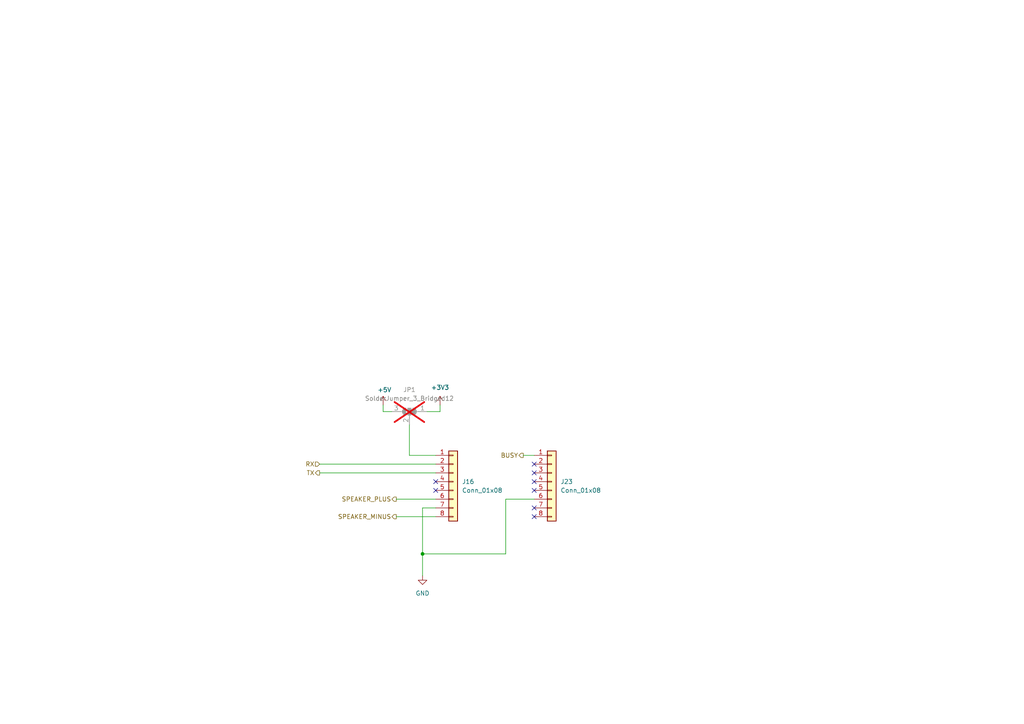
<source format=kicad_sch>
(kicad_sch (version 20230121) (generator eeschema)

  (uuid 2537560c-332d-49f8-8eb1-c5b1321dac32)

  (paper "A4")

  (lib_symbols
    (symbol "Connector_Generic:Conn_01x08" (pin_names (offset 1.016) hide) (in_bom yes) (on_board yes)
      (property "Reference" "J" (at 0 10.16 0)
        (effects (font (size 1.27 1.27)))
      )
      (property "Value" "Conn_01x08" (at 0 -12.7 0)
        (effects (font (size 1.27 1.27)))
      )
      (property "Footprint" "" (at 0 0 0)
        (effects (font (size 1.27 1.27)) hide)
      )
      (property "Datasheet" "~" (at 0 0 0)
        (effects (font (size 1.27 1.27)) hide)
      )
      (property "ki_keywords" "connector" (at 0 0 0)
        (effects (font (size 1.27 1.27)) hide)
      )
      (property "ki_description" "Generic connector, single row, 01x08, script generated (kicad-library-utils/schlib/autogen/connector/)" (at 0 0 0)
        (effects (font (size 1.27 1.27)) hide)
      )
      (property "ki_fp_filters" "Connector*:*_1x??_*" (at 0 0 0)
        (effects (font (size 1.27 1.27)) hide)
      )
      (symbol "Conn_01x08_1_1"
        (rectangle (start -1.27 -10.033) (end 0 -10.287)
          (stroke (width 0.1524) (type default))
          (fill (type none))
        )
        (rectangle (start -1.27 -7.493) (end 0 -7.747)
          (stroke (width 0.1524) (type default))
          (fill (type none))
        )
        (rectangle (start -1.27 -4.953) (end 0 -5.207)
          (stroke (width 0.1524) (type default))
          (fill (type none))
        )
        (rectangle (start -1.27 -2.413) (end 0 -2.667)
          (stroke (width 0.1524) (type default))
          (fill (type none))
        )
        (rectangle (start -1.27 0.127) (end 0 -0.127)
          (stroke (width 0.1524) (type default))
          (fill (type none))
        )
        (rectangle (start -1.27 2.667) (end 0 2.413)
          (stroke (width 0.1524) (type default))
          (fill (type none))
        )
        (rectangle (start -1.27 5.207) (end 0 4.953)
          (stroke (width 0.1524) (type default))
          (fill (type none))
        )
        (rectangle (start -1.27 7.747) (end 0 7.493)
          (stroke (width 0.1524) (type default))
          (fill (type none))
        )
        (rectangle (start -1.27 8.89) (end 1.27 -11.43)
          (stroke (width 0.254) (type default))
          (fill (type background))
        )
        (pin passive line (at -5.08 7.62 0) (length 3.81)
          (name "Pin_1" (effects (font (size 1.27 1.27))))
          (number "1" (effects (font (size 1.27 1.27))))
        )
        (pin passive line (at -5.08 5.08 0) (length 3.81)
          (name "Pin_2" (effects (font (size 1.27 1.27))))
          (number "2" (effects (font (size 1.27 1.27))))
        )
        (pin passive line (at -5.08 2.54 0) (length 3.81)
          (name "Pin_3" (effects (font (size 1.27 1.27))))
          (number "3" (effects (font (size 1.27 1.27))))
        )
        (pin passive line (at -5.08 0 0) (length 3.81)
          (name "Pin_4" (effects (font (size 1.27 1.27))))
          (number "4" (effects (font (size 1.27 1.27))))
        )
        (pin passive line (at -5.08 -2.54 0) (length 3.81)
          (name "Pin_5" (effects (font (size 1.27 1.27))))
          (number "5" (effects (font (size 1.27 1.27))))
        )
        (pin passive line (at -5.08 -5.08 0) (length 3.81)
          (name "Pin_6" (effects (font (size 1.27 1.27))))
          (number "6" (effects (font (size 1.27 1.27))))
        )
        (pin passive line (at -5.08 -7.62 0) (length 3.81)
          (name "Pin_7" (effects (font (size 1.27 1.27))))
          (number "7" (effects (font (size 1.27 1.27))))
        )
        (pin passive line (at -5.08 -10.16 0) (length 3.81)
          (name "Pin_8" (effects (font (size 1.27 1.27))))
          (number "8" (effects (font (size 1.27 1.27))))
        )
      )
    )
    (symbol "Jumper:SolderJumper_3_Bridged12" (pin_names (offset 0) hide) (in_bom yes) (on_board yes)
      (property "Reference" "JP" (at -2.54 -2.54 0)
        (effects (font (size 1.27 1.27)))
      )
      (property "Value" "SolderJumper_3_Bridged12" (at 0 2.794 0)
        (effects (font (size 1.27 1.27)))
      )
      (property "Footprint" "" (at 0 0 0)
        (effects (font (size 1.27 1.27)) hide)
      )
      (property "Datasheet" "~" (at 0 0 0)
        (effects (font (size 1.27 1.27)) hide)
      )
      (property "ki_keywords" "Solder Jumper SPDT" (at 0 0 0)
        (effects (font (size 1.27 1.27)) hide)
      )
      (property "ki_description" "3-pole Solder Jumper, pins 1+2 closed/bridged" (at 0 0 0)
        (effects (font (size 1.27 1.27)) hide)
      )
      (property "ki_fp_filters" "SolderJumper*Bridged12*" (at 0 0 0)
        (effects (font (size 1.27 1.27)) hide)
      )
      (symbol "SolderJumper_3_Bridged12_0_1"
        (rectangle (start -1.016 0.508) (end -0.508 -0.508)
          (stroke (width 0) (type default))
          (fill (type outline))
        )
        (arc (start -1.016 1.016) (mid -2.0276 0) (end -1.016 -1.016)
          (stroke (width 0) (type default))
          (fill (type none))
        )
        (arc (start -1.016 1.016) (mid -2.0276 0) (end -1.016 -1.016)
          (stroke (width 0) (type default))
          (fill (type outline))
        )
        (rectangle (start -0.508 1.016) (end 0.508 -1.016)
          (stroke (width 0) (type default))
          (fill (type outline))
        )
        (polyline
          (pts
            (xy -2.54 0)
            (xy -2.032 0)
          )
          (stroke (width 0) (type default))
          (fill (type none))
        )
        (polyline
          (pts
            (xy -1.016 1.016)
            (xy -1.016 -1.016)
          )
          (stroke (width 0) (type default))
          (fill (type none))
        )
        (polyline
          (pts
            (xy 0 -1.27)
            (xy 0 -1.016)
          )
          (stroke (width 0) (type default))
          (fill (type none))
        )
        (polyline
          (pts
            (xy 1.016 1.016)
            (xy 1.016 -1.016)
          )
          (stroke (width 0) (type default))
          (fill (type none))
        )
        (polyline
          (pts
            (xy 2.54 0)
            (xy 2.032 0)
          )
          (stroke (width 0) (type default))
          (fill (type none))
        )
        (arc (start 1.016 -1.016) (mid 2.0276 0) (end 1.016 1.016)
          (stroke (width 0) (type default))
          (fill (type none))
        )
        (arc (start 1.016 -1.016) (mid 2.0276 0) (end 1.016 1.016)
          (stroke (width 0) (type default))
          (fill (type outline))
        )
      )
      (symbol "SolderJumper_3_Bridged12_1_1"
        (pin passive line (at -5.08 0 0) (length 2.54)
          (name "A" (effects (font (size 1.27 1.27))))
          (number "1" (effects (font (size 1.27 1.27))))
        )
        (pin input line (at 0 -3.81 90) (length 2.54)
          (name "C" (effects (font (size 1.27 1.27))))
          (number "2" (effects (font (size 1.27 1.27))))
        )
        (pin passive line (at 5.08 0 180) (length 2.54)
          (name "B" (effects (font (size 1.27 1.27))))
          (number "3" (effects (font (size 1.27 1.27))))
        )
      )
    )
    (symbol "power:+3.3V" (power) (pin_names (offset 0)) (in_bom yes) (on_board yes)
      (property "Reference" "#PWR" (at 0 -3.81 0)
        (effects (font (size 1.27 1.27)) hide)
      )
      (property "Value" "+3.3V" (at 0 3.556 0)
        (effects (font (size 1.27 1.27)))
      )
      (property "Footprint" "" (at 0 0 0)
        (effects (font (size 1.27 1.27)) hide)
      )
      (property "Datasheet" "" (at 0 0 0)
        (effects (font (size 1.27 1.27)) hide)
      )
      (property "ki_keywords" "power-flag" (at 0 0 0)
        (effects (font (size 1.27 1.27)) hide)
      )
      (property "ki_description" "Power symbol creates a global label with name \"+3.3V\"" (at 0 0 0)
        (effects (font (size 1.27 1.27)) hide)
      )
      (symbol "+3.3V_0_1"
        (polyline
          (pts
            (xy -0.762 1.27)
            (xy 0 2.54)
          )
          (stroke (width 0) (type default))
          (fill (type none))
        )
        (polyline
          (pts
            (xy 0 0)
            (xy 0 2.54)
          )
          (stroke (width 0) (type default))
          (fill (type none))
        )
        (polyline
          (pts
            (xy 0 2.54)
            (xy 0.762 1.27)
          )
          (stroke (width 0) (type default))
          (fill (type none))
        )
      )
      (symbol "+3.3V_1_1"
        (pin power_in line (at 0 0 90) (length 0) hide
          (name "+3V3" (effects (font (size 1.27 1.27))))
          (number "1" (effects (font (size 1.27 1.27))))
        )
      )
    )
    (symbol "power:+5V" (power) (pin_names (offset 0)) (in_bom yes) (on_board yes)
      (property "Reference" "#PWR" (at 0 -3.81 0)
        (effects (font (size 1.27 1.27)) hide)
      )
      (property "Value" "+5V" (at 0 3.556 0)
        (effects (font (size 1.27 1.27)))
      )
      (property "Footprint" "" (at 0 0 0)
        (effects (font (size 1.27 1.27)) hide)
      )
      (property "Datasheet" "" (at 0 0 0)
        (effects (font (size 1.27 1.27)) hide)
      )
      (property "ki_keywords" "power-flag" (at 0 0 0)
        (effects (font (size 1.27 1.27)) hide)
      )
      (property "ki_description" "Power symbol creates a global label with name \"+5V\"" (at 0 0 0)
        (effects (font (size 1.27 1.27)) hide)
      )
      (symbol "+5V_0_1"
        (polyline
          (pts
            (xy -0.762 1.27)
            (xy 0 2.54)
          )
          (stroke (width 0) (type default))
          (fill (type none))
        )
        (polyline
          (pts
            (xy 0 0)
            (xy 0 2.54)
          )
          (stroke (width 0) (type default))
          (fill (type none))
        )
        (polyline
          (pts
            (xy 0 2.54)
            (xy 0.762 1.27)
          )
          (stroke (width 0) (type default))
          (fill (type none))
        )
      )
      (symbol "+5V_1_1"
        (pin power_in line (at 0 0 90) (length 0) hide
          (name "+5V" (effects (font (size 1.27 1.27))))
          (number "1" (effects (font (size 1.27 1.27))))
        )
      )
    )
    (symbol "power:GND" (power) (pin_names (offset 0)) (in_bom yes) (on_board yes)
      (property "Reference" "#PWR" (at 0 -6.35 0)
        (effects (font (size 1.27 1.27)) hide)
      )
      (property "Value" "GND" (at 0 -3.81 0)
        (effects (font (size 1.27 1.27)))
      )
      (property "Footprint" "" (at 0 0 0)
        (effects (font (size 1.27 1.27)) hide)
      )
      (property "Datasheet" "" (at 0 0 0)
        (effects (font (size 1.27 1.27)) hide)
      )
      (property "ki_keywords" "power-flag" (at 0 0 0)
        (effects (font (size 1.27 1.27)) hide)
      )
      (property "ki_description" "Power symbol creates a global label with name \"GND\" , ground" (at 0 0 0)
        (effects (font (size 1.27 1.27)) hide)
      )
      (symbol "GND_0_1"
        (polyline
          (pts
            (xy 0 0)
            (xy 0 -1.27)
            (xy 1.27 -1.27)
            (xy 0 -2.54)
            (xy -1.27 -1.27)
            (xy 0 -1.27)
          )
          (stroke (width 0) (type default))
          (fill (type none))
        )
      )
      (symbol "GND_1_1"
        (pin power_in line (at 0 0 270) (length 0) hide
          (name "GND" (effects (font (size 1.27 1.27))))
          (number "1" (effects (font (size 1.27 1.27))))
        )
      )
    )
  )

  (junction (at 122.555 160.655) (diameter 0) (color 0 0 0 0)
    (uuid 966da750-5b99-4117-a743-eea7690a9e53)
  )

  (no_connect (at 154.94 147.32) (uuid 7f3f0f87-e027-46eb-8cef-1563bd0d471d))
  (no_connect (at 154.94 149.86) (uuid 7f3f0f87-e027-46eb-8cef-1563bd0d471e))
  (no_connect (at 126.365 139.7) (uuid fed50174-1888-4182-b087-d6590f4b25cc))
  (no_connect (at 126.365 142.24) (uuid fed50174-1888-4182-b087-d6590f4b25cd))
  (no_connect (at 154.94 142.24) (uuid fed50174-1888-4182-b087-d6590f4b25ce))
  (no_connect (at 154.94 139.7) (uuid fed50174-1888-4182-b087-d6590f4b25cf))
  (no_connect (at 154.94 137.16) (uuid fed50174-1888-4182-b087-d6590f4b25d0))
  (no_connect (at 154.94 134.62) (uuid fed50174-1888-4182-b087-d6590f4b25d1))

  (wire (pts (xy 127.635 119.38) (xy 127.635 117.475))
    (stroke (width 0) (type default))
    (uuid 24ffc62d-b0c1-46b9-b968-5bf0d12db3ef)
  )
  (wire (pts (xy 122.555 147.32) (xy 122.555 160.655))
    (stroke (width 0) (type default))
    (uuid 2b4ebe9c-e159-4b8f-b643-dccf1925efa1)
  )
  (wire (pts (xy 146.685 144.78) (xy 146.685 160.655))
    (stroke (width 0) (type default))
    (uuid 3be3832e-11de-4f9b-865f-5a22abcd6401)
  )
  (wire (pts (xy 113.665 119.38) (xy 111.125 119.38))
    (stroke (width 0) (type default))
    (uuid 55e6d935-0047-46b4-b18a-9f1d080663ed)
  )
  (wire (pts (xy 114.935 144.78) (xy 126.365 144.78))
    (stroke (width 0) (type default))
    (uuid 5b1e0993-03d3-4ba7-8659-87a4177ba1e7)
  )
  (wire (pts (xy 126.365 147.32) (xy 122.555 147.32))
    (stroke (width 0) (type default))
    (uuid 6e0e2292-3055-422e-8ec2-8ecd9b40482c)
  )
  (wire (pts (xy 92.71 134.62) (xy 126.365 134.62))
    (stroke (width 0) (type default))
    (uuid 71888400-7291-48b7-8896-6b1ee26df8c4)
  )
  (wire (pts (xy 118.745 132.08) (xy 126.365 132.08))
    (stroke (width 0) (type default))
    (uuid 723ba3ad-250e-4c7f-a3cd-1316f852ccf6)
  )
  (wire (pts (xy 154.94 132.08) (xy 151.765 132.08))
    (stroke (width 0) (type default))
    (uuid 798b8724-4523-45b0-8ac8-7938c0333d61)
  )
  (wire (pts (xy 92.71 137.16) (xy 126.365 137.16))
    (stroke (width 0) (type default))
    (uuid 85e67f2e-1676-4335-b8e3-bd58db422365)
  )
  (wire (pts (xy 146.685 160.655) (xy 122.555 160.655))
    (stroke (width 0) (type default))
    (uuid 885d0aa1-72d9-417f-aca9-2dee7e56c3b4)
  )
  (wire (pts (xy 114.935 149.86) (xy 126.365 149.86))
    (stroke (width 0) (type default))
    (uuid a4680170-7e5f-4869-8551-58da4827db91)
  )
  (wire (pts (xy 118.745 123.19) (xy 118.745 132.08))
    (stroke (width 0) (type default))
    (uuid cd2436ab-7b84-402e-b5dc-52bafb40ea73)
  )
  (wire (pts (xy 154.94 144.78) (xy 146.685 144.78))
    (stroke (width 0) (type default))
    (uuid d6e1d6ee-4dc9-4c6c-a642-12d73d2b7d97)
  )
  (wire (pts (xy 123.825 119.38) (xy 127.635 119.38))
    (stroke (width 0) (type default))
    (uuid e6a853fb-9c0c-4815-a39a-ccf807dcaacc)
  )
  (wire (pts (xy 122.555 160.655) (xy 122.555 167.005))
    (stroke (width 0) (type default))
    (uuid ee24a657-c104-4b0e-9520-202964162dbc)
  )
  (wire (pts (xy 111.125 117.475) (xy 111.125 119.38))
    (stroke (width 0) (type default))
    (uuid fa110a64-4db7-460d-a91f-9f78673efa43)
  )

  (hierarchical_label "SPEAKER_PLUS" (shape output) (at 114.935 144.78 180) (fields_autoplaced)
    (effects (font (size 1.27 1.27)) (justify right))
    (uuid 1ecabdf4-ba5e-43b4-8c4e-237f8a20a5d1)
  )
  (hierarchical_label "SPEAKER_MINUS" (shape output) (at 114.935 149.86 180) (fields_autoplaced)
    (effects (font (size 1.27 1.27)) (justify right))
    (uuid 6c1393e7-cff5-4bc1-8d64-0c0ca69ee5ac)
  )
  (hierarchical_label "TX" (shape output) (at 92.71 137.16 180) (fields_autoplaced)
    (effects (font (size 1.27 1.27)) (justify right))
    (uuid cf0b47b5-d70f-45e7-b0f4-2ba7ee1dd739)
  )
  (hierarchical_label "RX" (shape input) (at 92.71 134.62 180) (fields_autoplaced)
    (effects (font (size 1.27 1.27)) (justify right))
    (uuid f73b52a1-2a2a-4872-bc55-4d8c4025ead8)
  )
  (hierarchical_label "BUSY" (shape output) (at 151.765 132.08 180) (fields_autoplaced)
    (effects (font (size 1.27 1.27)) (justify right))
    (uuid f89be33b-8661-4a1b-8446-0042e0589f22)
  )

  (symbol (lib_id "Connector_Generic:Conn_01x08") (at 160.02 139.7 0) (unit 1)
    (in_bom no) (on_board no) (dnp no) (fields_autoplaced)
    (uuid 87f80ba0-ce75-42b4-a617-b5b5fc827ac6)
    (property "Reference" "J23" (at 162.56 139.6999 0)
      (effects (font (size 1.27 1.27)) (justify left))
    )
    (property "Value" "Conn_01x08" (at 162.56 142.2399 0)
      (effects (font (size 1.27 1.27)) (justify left))
    )
    (property "Footprint" "Connector_PinSocket_2.54mm:PinSocket_1x08_P2.54mm_Vertical" (at 160.02 139.7 0)
      (effects (font (size 1.27 1.27)) hide)
    )
    (property "Datasheet" "~" (at 160.02 139.7 0)
      (effects (font (size 1.27 1.27)) hide)
    )
    (property "LCSC" "C2935914" (at 160.02 139.7 0)
      (effects (font (size 1.27 1.27)) hide)
    )
    (property "Part Number" "DZ254R-11-08-63" (at 160.02 139.7 0)
      (effects (font (size 1.27 1.27)) hide)
    )
    (property "Stock_PN" "J-TH-1x8-.1" (at 160.02 139.7 0)
      (effects (font (size 1.27 1.27)) hide)
    )
    (property "Config" "do not place" (at 160.02 139.7 0)
      (effects (font (size 1.27 1.27)) hide)
    )
    (pin "1" (uuid 1f5121fd-5b94-4445-90a8-a27bb31518de))
    (pin "2" (uuid e1ea5cd2-c50b-4eb5-bd96-a5de53c43e01))
    (pin "3" (uuid c3700fd3-2da8-4908-8ad0-11f4c2bdff5b))
    (pin "4" (uuid 8c88403d-d01b-4d7c-82b4-97e2ec34c8a7))
    (pin "5" (uuid fac26ce1-b956-4075-b717-7be8033f5f5b))
    (pin "6" (uuid 6f753360-92d3-4fa6-ab84-78d4826db035))
    (pin "7" (uuid 812493ec-c9b7-4d1c-9648-8c0940a1bc2a))
    (pin "8" (uuid 078a434e-5fc3-4fa3-b757-7eb21fa1d0a5))
    (instances
      (project "OM Landroid MB"
        (path "/c454102f-dc92-4550-9492-797fc8e6b49c/7936fd08-09c5-4aba-8422-c848060d3b9f"
          (reference "J23") (unit 1)
        )
      )
    )
  )

  (symbol (lib_id "power:+3.3V") (at 127.635 117.475 0) (unit 1)
    (in_bom yes) (on_board yes) (dnp no) (fields_autoplaced)
    (uuid abc086d6-c1b0-41cb-9603-0c715c2778d1)
    (property "Reference" "#PWR0156" (at 127.635 121.285 0)
      (effects (font (size 1.27 1.27)) hide)
    )
    (property "Value" "+3.3V" (at 127.635 112.395 0)
      (effects (font (size 1.27 1.27)))
    )
    (property "Footprint" "" (at 127.635 117.475 0)
      (effects (font (size 1.27 1.27)) hide)
    )
    (property "Datasheet" "" (at 127.635 117.475 0)
      (effects (font (size 1.27 1.27)) hide)
    )
    (pin "1" (uuid e746a04c-3161-4b8b-a92c-87dbccf15025))
    (instances
      (project "OM Landroid MB"
        (path "/c454102f-dc92-4550-9492-797fc8e6b49c/7936fd08-09c5-4aba-8422-c848060d3b9f"
          (reference "#PWR0156") (unit 1)
        )
      )
    )
  )

  (symbol (lib_id "power:GND") (at 122.555 167.005 0) (unit 1)
    (in_bom yes) (on_board yes) (dnp no) (fields_autoplaced)
    (uuid abf050e5-a3e5-41a1-bdae-0bfb93eac2ff)
    (property "Reference" "#PWR0133" (at 122.555 173.355 0)
      (effects (font (size 1.27 1.27)) hide)
    )
    (property "Value" "GND" (at 122.555 172.085 0)
      (effects (font (size 1.27 1.27)))
    )
    (property "Footprint" "" (at 122.555 167.005 0)
      (effects (font (size 1.27 1.27)) hide)
    )
    (property "Datasheet" "" (at 122.555 167.005 0)
      (effects (font (size 1.27 1.27)) hide)
    )
    (pin "1" (uuid aa5f188a-f64a-43ab-85a4-a3e4567339d3))
    (instances
      (project "OM Landroid MB"
        (path "/c454102f-dc92-4550-9492-797fc8e6b49c/7936fd08-09c5-4aba-8422-c848060d3b9f"
          (reference "#PWR0133") (unit 1)
        )
      )
    )
  )

  (symbol (lib_id "Jumper:SolderJumper_3_Bridged12") (at 118.745 119.38 0) (mirror y) (unit 1)
    (in_bom no) (on_board no) (dnp yes) (fields_autoplaced)
    (uuid b10f24a6-83e7-422c-a0e0-7c2ceaac88bc)
    (property "Reference" "JP1" (at 118.745 113.03 0)
      (effects (font (size 1.27 1.27)))
    )
    (property "Value" "SolderJumper_3_Bridged12" (at 118.745 115.57 0)
      (effects (font (size 1.27 1.27)))
    )
    (property "Footprint" "Jumper:SolderJumper-3_P1.3mm_Bridged12_Pad1.0x1.5mm" (at 118.745 119.38 0)
      (effects (font (size 1.27 1.27)) hide)
    )
    (property "Datasheet" "~" (at 118.745 119.38 0)
      (effects (font (size 1.27 1.27)) hide)
    )
    (property "Config" "do not place" (at 118.745 119.38 0)
      (effects (font (size 1.27 1.27)) hide)
    )
    (property "DNP" "Y" (at 118.745 119.38 0)
      (effects (font (size 1.27 1.27)) hide)
    )
    (property "Sim.Enable" "0" (at 118.745 119.38 0)
      (effects (font (size 1.27 1.27)) hide)
    )
    (pin "1" (uuid a51d94cb-b620-472e-a97d-0e09f44745ab))
    (pin "2" (uuid e31f8048-1e70-4d3b-8fe9-c19310472010))
    (pin "3" (uuid f6c042c0-f15d-4b1b-91f6-51ceb7db3d4e))
    (instances
      (project "OM Landroid MB"
        (path "/c454102f-dc92-4550-9492-797fc8e6b49c/7936fd08-09c5-4aba-8422-c848060d3b9f"
          (reference "JP1") (unit 1)
        )
      )
    )
  )

  (symbol (lib_id "Connector_Generic:Conn_01x08") (at 131.445 139.7 0) (unit 1)
    (in_bom no) (on_board no) (dnp no) (fields_autoplaced)
    (uuid c8b1e703-3bad-4184-af0f-a5a5d3621286)
    (property "Reference" "J16" (at 133.985 139.6999 0)
      (effects (font (size 1.27 1.27)) (justify left))
    )
    (property "Value" "Conn_01x08" (at 133.985 142.2399 0)
      (effects (font (size 1.27 1.27)) (justify left))
    )
    (property "Footprint" "Connector_PinSocket_2.54mm:PinSocket_1x08_P2.54mm_Vertical" (at 131.445 139.7 0)
      (effects (font (size 1.27 1.27)) hide)
    )
    (property "Datasheet" "~" (at 131.445 139.7 0)
      (effects (font (size 1.27 1.27)) hide)
    )
    (property "LCSC" "C2935914" (at 131.445 139.7 0)
      (effects (font (size 1.27 1.27)) hide)
    )
    (property "Part Number" "DZ254R-11-08-63" (at 131.445 139.7 0)
      (effects (font (size 1.27 1.27)) hide)
    )
    (property "Stock_PN" "J-TH-1x8-.1" (at 131.445 139.7 0)
      (effects (font (size 1.27 1.27)) hide)
    )
    (property "Config" "do not place" (at 131.445 139.7 0)
      (effects (font (size 1.27 1.27)) hide)
    )
    (pin "1" (uuid 9c8d5796-6e88-4325-87d2-9b3095455a2b))
    (pin "2" (uuid 4c4a0793-a824-4a98-8f39-fbd05947a195))
    (pin "3" (uuid 435c6691-f667-4d99-9b58-cecff4c825dc))
    (pin "4" (uuid 33d384c8-e84d-46d8-add8-2ec204119342))
    (pin "5" (uuid 122627a4-8d67-402d-aec5-344d692f26e3))
    (pin "6" (uuid 75851035-5378-43f4-a3d6-e73d4a3d2a84))
    (pin "7" (uuid e238c45a-c41c-48a7-8e29-43b1cab16f90))
    (pin "8" (uuid 92d081a3-17ce-464a-aeac-090827aa5648))
    (instances
      (project "OM Landroid MB"
        (path "/c454102f-dc92-4550-9492-797fc8e6b49c/7936fd08-09c5-4aba-8422-c848060d3b9f"
          (reference "J16") (unit 1)
        )
      )
    )
  )

  (symbol (lib_id "power:+5V") (at 111.125 117.475 0) (unit 1)
    (in_bom yes) (on_board yes) (dnp no)
    (uuid f063a696-e9a1-4e9f-8ad8-9a350d46187d)
    (property "Reference" "#PWR0174" (at 111.125 121.285 0)
      (effects (font (size 1.27 1.27)) hide)
    )
    (property "Value" "+5V" (at 111.506 113.0808 0)
      (effects (font (size 1.27 1.27)))
    )
    (property "Footprint" "" (at 111.125 117.475 0)
      (effects (font (size 1.27 1.27)) hide)
    )
    (property "Datasheet" "" (at 111.125 117.475 0)
      (effects (font (size 1.27 1.27)) hide)
    )
    (pin "1" (uuid 93c1eb98-f104-4434-b86a-1231552ff816))
    (instances
      (project "OM Landroid MB"
        (path "/c454102f-dc92-4550-9492-797fc8e6b49c/7936fd08-09c5-4aba-8422-c848060d3b9f"
          (reference "#PWR0174") (unit 1)
        )
      )
    )
  )
)

</source>
